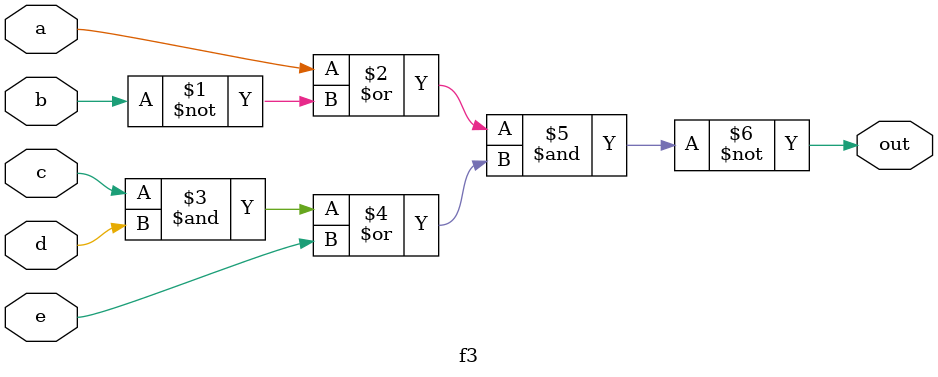
<source format=v>
module f3 (a, b, c, d, e, out);

input a, b, c, d, e;
output out;
assign out = ~((a | ~b) & ((c & d) | e));

endmodule

</source>
